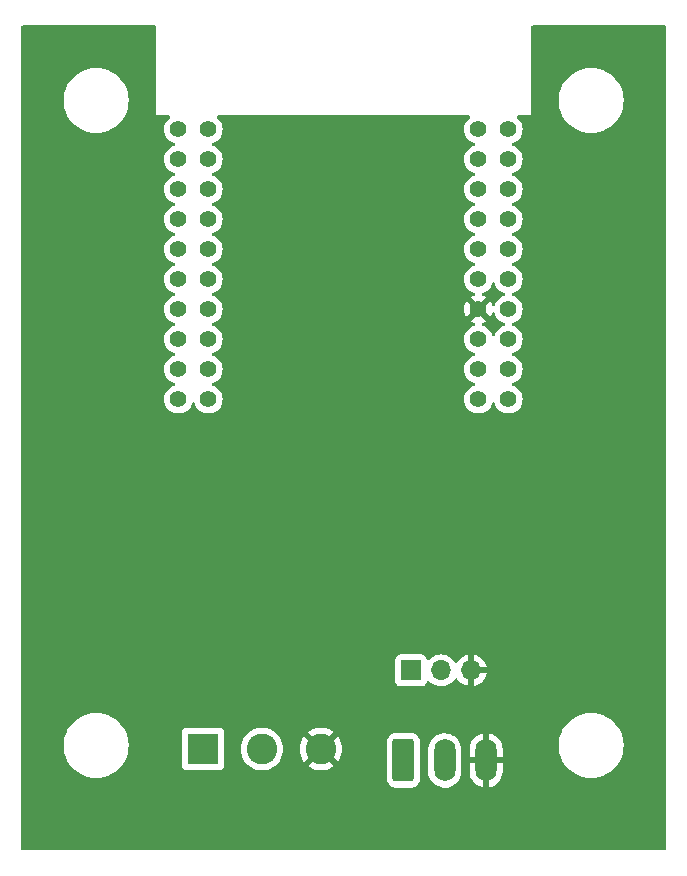
<source format=gbl>
%TF.GenerationSoftware,KiCad,Pcbnew,7.0.7*%
%TF.CreationDate,2023-11-10T11:02:00-07:00*%
%TF.ProjectId,RatGDO-OpenSource-D1Mini-ESP32,52617447-444f-42d4-9f70-656e536f7572,rev?*%
%TF.SameCoordinates,Original*%
%TF.FileFunction,Copper,L2,Bot*%
%TF.FilePolarity,Positive*%
%FSLAX46Y46*%
G04 Gerber Fmt 4.6, Leading zero omitted, Abs format (unit mm)*
G04 Created by KiCad (PCBNEW 7.0.7) date 2023-11-10 11:02:00*
%MOMM*%
%LPD*%
G01*
G04 APERTURE LIST*
G04 Aperture macros list*
%AMRoundRect*
0 Rectangle with rounded corners*
0 $1 Rounding radius*
0 $2 $3 $4 $5 $6 $7 $8 $9 X,Y pos of 4 corners*
0 Add a 4 corners polygon primitive as box body*
4,1,4,$2,$3,$4,$5,$6,$7,$8,$9,$2,$3,0*
0 Add four circle primitives for the rounded corners*
1,1,$1+$1,$2,$3*
1,1,$1+$1,$4,$5*
1,1,$1+$1,$6,$7*
1,1,$1+$1,$8,$9*
0 Add four rect primitives between the rounded corners*
20,1,$1+$1,$2,$3,$4,$5,0*
20,1,$1+$1,$4,$5,$6,$7,0*
20,1,$1+$1,$6,$7,$8,$9,0*
20,1,$1+$1,$8,$9,$2,$3,0*%
G04 Aperture macros list end*
%TA.AperFunction,ComponentPad*%
%ADD10C,1.400000*%
%TD*%
%TA.AperFunction,ComponentPad*%
%ADD11R,1.700000X1.700000*%
%TD*%
%TA.AperFunction,ComponentPad*%
%ADD12O,1.700000X1.700000*%
%TD*%
%TA.AperFunction,ComponentPad*%
%ADD13RoundRect,0.250000X-0.650000X-1.550000X0.650000X-1.550000X0.650000X1.550000X-0.650000X1.550000X0*%
%TD*%
%TA.AperFunction,ComponentPad*%
%ADD14O,1.800000X3.600000*%
%TD*%
%TA.AperFunction,ComponentPad*%
%ADD15R,2.600000X2.600000*%
%TD*%
%TA.AperFunction,ComponentPad*%
%ADD16C,2.600000*%
%TD*%
%TA.AperFunction,ViaPad*%
%ADD17C,0.800000*%
%TD*%
G04 APERTURE END LIST*
D10*
%TO.P,U1,40,CLK*%
%TO.N,unconnected-(U1-CLK-Pad40)*%
X155561577Y-88796272D03*
%TO.P,U1,39,SD0*%
%TO.N,unconnected-(U1-SD0-Pad39)*%
X153021577Y-88796272D03*
%TO.P,U1,38,SD1*%
%TO.N,unconnected-(U1-SD1-Pad38)*%
X155561577Y-86256272D03*
%TO.P,U1,37,TD0*%
%TO.N,unconnected-(U1-TD0-Pad37)*%
X153021577Y-86256272D03*
%TO.P,U1,36,IO_02*%
%TO.N,unconnected-(U1-IO_02-Pad36)*%
X155561577Y-83716272D03*
%TO.P,U1,35,VCC_(USB)*%
%TO.N,+5V*%
X153021577Y-83716272D03*
%TO.P,U1,34,IO_00*%
%TO.N,unconnected-(U1-IO_00-Pad34)*%
X155561577Y-81176272D03*
%TO.P,U1,33,GND*%
%TO.N,GND*%
X153021577Y-81176272D03*
%TO.P,U1,32,IO_04*%
%TO.N,unconnected-(U1-IO_04-Pad32)*%
X155561577Y-78636272D03*
%TO.P,U1,31,IO_16/D4*%
%TO.N,unconnected-(U1-IO_16{slash}D4-Pad31)*%
X153021577Y-78636272D03*
%TO.P,U1,30,IO_12/TDI*%
%TO.N,unconnected-(U1-IO_12{slash}TDI-Pad30)*%
X155561577Y-76096272D03*
%TO.P,U1,29,IO_17/D3*%
%TO.N,unconnected-(U1-IO_17{slash}D3-Pad29)*%
X153021577Y-76096272D03*
%TO.P,U1,28,IO_32*%
%TO.N,unconnected-(U1-IO_32-Pad28)*%
X155561577Y-73556272D03*
%TO.P,U1,27,IO_21/D2/SDA*%
%TO.N,Net-(Q1-D)*%
X153021577Y-73556272D03*
%TO.P,U1,26,IO_25*%
%TO.N,unconnected-(U1-IO_25-Pad26)*%
X155561577Y-71016272D03*
%TO.P,U1,25,IO_22/D1/SCL*%
%TO.N,Net-(Q2-G)*%
X153021577Y-71016272D03*
%TO.P,U1,24,IO_27*%
%TO.N,unconnected-(U1-IO_27-Pad24)*%
X155561577Y-68476272D03*
%TO.P,U1,23,RXD*%
%TO.N,unconnected-(U1-RXD-Pad23)*%
X153021577Y-68476272D03*
%TO.P,U1,22,GND*%
%TO.N,unconnected-(U1-GND-Pad22)*%
X155561577Y-65936272D03*
%TO.P,U1,21,TXD*%
%TO.N,unconnected-(U1-TXD-Pad21)*%
X153021577Y-65936272D03*
%TO.P,U1,20,IO_10/SD3*%
%TO.N,unconnected-(U1-IO_10{slash}SD3-Pad20)*%
X130161577Y-88796272D03*
%TO.P,U1,19,CMD*%
%TO.N,unconnected-(U1-CMD-Pad19)*%
X127621577Y-88796272D03*
%TO.P,U1,18,IO_13/TCK*%
%TO.N,unconnected-(U1-IO_13{slash}TCK-Pad18)*%
X130161577Y-86256272D03*
%TO.P,U1,17,IO_09/SD2*%
%TO.N,unconnected-(U1-IO_09{slash}SD2-Pad17)*%
X127621577Y-86256272D03*
%TO.P,U1,16,3V3*%
%TO.N,+3.3V*%
X130161577Y-83716272D03*
%TO.P,U1,15,NC*%
%TO.N,unconnected-(U1-NC-Pad15)*%
X127621577Y-83716272D03*
%TO.P,U1,14,IO_05/D8*%
%TO.N,unconnected-(U1-IO_05{slash}D8-Pad14)*%
X130161577Y-81176272D03*
%TO.P,U1,13,IO_14/TMS*%
%TO.N,unconnected-(U1-IO_14{slash}TMS-Pad13)*%
X127621577Y-81176272D03*
%TO.P,U1,12,IO_23/D7*%
%TO.N,Net-(U1-IO_23{slash}D7)*%
X130161577Y-78636272D03*
%TO.P,U1,11,IO_34*%
%TO.N,unconnected-(U1-IO_34-Pad11)*%
X127621577Y-78636272D03*
%TO.P,U1,10,IO_19/D6*%
%TO.N,unconnected-(U1-IO_19{slash}D6-Pad10)*%
X130161577Y-76096272D03*
%TO.P,U1,9,IO_33*%
%TO.N,unconnected-(U1-IO_33-Pad9)*%
X127621577Y-76096272D03*
%TO.P,U1,8,IO_18/D5*%
%TO.N,unconnected-(U1-IO_18{slash}D5-Pad8)*%
X130161577Y-73556272D03*
%TO.P,U1,7,IO_35*%
%TO.N,unconnected-(U1-IO_35-Pad7)*%
X127621577Y-73556272D03*
%TO.P,U1,6,IO_26/D0*%
%TO.N,unconnected-(U1-IO_26{slash}D0-Pad6)*%
X130161577Y-71016272D03*
%TO.P,U1,5,IO_39/SVN*%
%TO.N,unconnected-(U1-IO_39{slash}SVN-Pad5)*%
X127621577Y-71016272D03*
%TO.P,U1,4,IO_36/SVP/A0*%
%TO.N,unconnected-(U1-IO_36{slash}SVP{slash}A0-Pad4)*%
X130161577Y-68476272D03*
%TO.P,U1,3,NC*%
%TO.N,unconnected-(U1-NC-Pad3)*%
X127621577Y-68476272D03*
%TO.P,U1,1,GND*%
%TO.N,unconnected-(U1-GND-Pad1)*%
X127621577Y-65936272D03*
%TO.P,U1,2,RST*%
%TO.N,unconnected-(U1-RST-Pad2)*%
X130161577Y-65936272D03*
%TD*%
D11*
%TO.P,J3,1,Pin_1*%
%TO.N,Net-(J1-BLK{slash}OBST)*%
X147320000Y-111760000D03*
D12*
%TO.P,J3,2,Pin_2*%
%TO.N,Net-(J1-RED{slash}CTRL)*%
X149860000Y-111760000D03*
%TO.P,J3,3,Pin_3*%
%TO.N,GND*%
X152400000Y-111760000D03*
%TD*%
D13*
%TO.P,J2,1,Pin_1*%
%TO.N,Net-(J1-BLK{slash}OBST)*%
X146670000Y-119380000D03*
D14*
%TO.P,J2,2,Pin_2*%
%TO.N,Net-(J1-RED{slash}CTRL)*%
X150170000Y-119380000D03*
%TO.P,J2,3,Pin_3*%
%TO.N,GND*%
X153670000Y-119380000D03*
%TD*%
D15*
%TO.P,J1,1,BLK/OBST*%
%TO.N,Net-(J1-BLK{slash}OBST)*%
X129700000Y-118415000D03*
D16*
%TO.P,J1,2,RED/CTRL*%
%TO.N,Net-(J1-RED{slash}CTRL)*%
X134700000Y-118415000D03*
%TO.P,J1,3,WHT/GND*%
%TO.N,GND*%
X139700000Y-118415000D03*
%TD*%
D17*
%TO.N,GND*%
X160020000Y-77470000D03*
X161290000Y-72390000D03*
X121920000Y-80010000D03*
%TD*%
%TA.AperFunction,Conductor*%
%TO.N,GND*%
G36*
X125673039Y-57170185D02*
G01*
X125718794Y-57222989D01*
X125730000Y-57274499D01*
X125730000Y-64770000D01*
X126798874Y-64770000D01*
X126865913Y-64789685D01*
X126911668Y-64842489D01*
X126921612Y-64911647D01*
X126892587Y-64975203D01*
X126882412Y-64985637D01*
X126730597Y-65124033D01*
X126596520Y-65301580D01*
X126596515Y-65301588D01*
X126497352Y-65500733D01*
X126497346Y-65500748D01*
X126436462Y-65714734D01*
X126436461Y-65714736D01*
X126415934Y-65936271D01*
X126415934Y-65936272D01*
X126436461Y-66157807D01*
X126436462Y-66157809D01*
X126497346Y-66371795D01*
X126497352Y-66371810D01*
X126596515Y-66570955D01*
X126596520Y-66570963D01*
X126730597Y-66748510D01*
X126895014Y-66898395D01*
X126895016Y-66898397D01*
X127084172Y-67015517D01*
X127084173Y-67015517D01*
X127084176Y-67015519D01*
X127278101Y-67090646D01*
X127333501Y-67133218D01*
X127357092Y-67198985D01*
X127341381Y-67267065D01*
X127291357Y-67315844D01*
X127278110Y-67321894D01*
X127130065Y-67379247D01*
X127084178Y-67397024D01*
X127084172Y-67397026D01*
X126895016Y-67514146D01*
X126895014Y-67514148D01*
X126730597Y-67664033D01*
X126596520Y-67841580D01*
X126596515Y-67841588D01*
X126497352Y-68040733D01*
X126497346Y-68040748D01*
X126436462Y-68254734D01*
X126436461Y-68254736D01*
X126415934Y-68476271D01*
X126415934Y-68476272D01*
X126436461Y-68697807D01*
X126436462Y-68697809D01*
X126497346Y-68911795D01*
X126497352Y-68911810D01*
X126596515Y-69110955D01*
X126596520Y-69110963D01*
X126730597Y-69288510D01*
X126895014Y-69438395D01*
X126895016Y-69438397D01*
X127084172Y-69555517D01*
X127084173Y-69555517D01*
X127084176Y-69555519D01*
X127278101Y-69630646D01*
X127333501Y-69673218D01*
X127357092Y-69738985D01*
X127341381Y-69807065D01*
X127291357Y-69855844D01*
X127278110Y-69861894D01*
X127130065Y-69919247D01*
X127084178Y-69937024D01*
X127084172Y-69937026D01*
X126895016Y-70054146D01*
X126895014Y-70054148D01*
X126730597Y-70204033D01*
X126596520Y-70381580D01*
X126596515Y-70381588D01*
X126497352Y-70580733D01*
X126497346Y-70580748D01*
X126436462Y-70794734D01*
X126436461Y-70794736D01*
X126415934Y-71016271D01*
X126415934Y-71016272D01*
X126436461Y-71237807D01*
X126436462Y-71237809D01*
X126497346Y-71451795D01*
X126497352Y-71451810D01*
X126596515Y-71650955D01*
X126596520Y-71650963D01*
X126730597Y-71828510D01*
X126895014Y-71978395D01*
X126895016Y-71978397D01*
X127084172Y-72095517D01*
X127084173Y-72095517D01*
X127084176Y-72095519D01*
X127278101Y-72170646D01*
X127333501Y-72213218D01*
X127357092Y-72278985D01*
X127341381Y-72347065D01*
X127291357Y-72395844D01*
X127278110Y-72401894D01*
X127130065Y-72459247D01*
X127084178Y-72477024D01*
X127084172Y-72477026D01*
X126895016Y-72594146D01*
X126895014Y-72594148D01*
X126730597Y-72744033D01*
X126596520Y-72921580D01*
X126596515Y-72921588D01*
X126497352Y-73120733D01*
X126497346Y-73120748D01*
X126436462Y-73334734D01*
X126436461Y-73334736D01*
X126415934Y-73556271D01*
X126415934Y-73556272D01*
X126436461Y-73777807D01*
X126436462Y-73777809D01*
X126497346Y-73991795D01*
X126497352Y-73991810D01*
X126596515Y-74190955D01*
X126596520Y-74190963D01*
X126730597Y-74368510D01*
X126895014Y-74518395D01*
X126895016Y-74518397D01*
X127084172Y-74635517D01*
X127084173Y-74635517D01*
X127084176Y-74635519D01*
X127278101Y-74710646D01*
X127333501Y-74753218D01*
X127357092Y-74818985D01*
X127341381Y-74887065D01*
X127291357Y-74935844D01*
X127278110Y-74941894D01*
X127130065Y-74999247D01*
X127084178Y-75017024D01*
X127084172Y-75017026D01*
X126895016Y-75134146D01*
X126895014Y-75134148D01*
X126730597Y-75284033D01*
X126596520Y-75461580D01*
X126596515Y-75461588D01*
X126497352Y-75660733D01*
X126497346Y-75660748D01*
X126436462Y-75874734D01*
X126436461Y-75874736D01*
X126415934Y-76096271D01*
X126415934Y-76096272D01*
X126436461Y-76317807D01*
X126436462Y-76317809D01*
X126497346Y-76531795D01*
X126497352Y-76531810D01*
X126596515Y-76730955D01*
X126596520Y-76730963D01*
X126730597Y-76908510D01*
X126895014Y-77058395D01*
X126895016Y-77058397D01*
X127084172Y-77175517D01*
X127084173Y-77175517D01*
X127084176Y-77175519D01*
X127278101Y-77250646D01*
X127333501Y-77293218D01*
X127357092Y-77358985D01*
X127341381Y-77427065D01*
X127291357Y-77475844D01*
X127278110Y-77481894D01*
X127130065Y-77539247D01*
X127084178Y-77557024D01*
X127084172Y-77557026D01*
X126895016Y-77674146D01*
X126895014Y-77674148D01*
X126730597Y-77824033D01*
X126596520Y-78001580D01*
X126596515Y-78001588D01*
X126497352Y-78200733D01*
X126497346Y-78200748D01*
X126436462Y-78414734D01*
X126436461Y-78414736D01*
X126415934Y-78636271D01*
X126415934Y-78636272D01*
X126436461Y-78857807D01*
X126436462Y-78857809D01*
X126497346Y-79071795D01*
X126497352Y-79071810D01*
X126596515Y-79270955D01*
X126596520Y-79270963D01*
X126730597Y-79448510D01*
X126895014Y-79598395D01*
X126895016Y-79598397D01*
X127084172Y-79715517D01*
X127084173Y-79715517D01*
X127084176Y-79715519D01*
X127278101Y-79790646D01*
X127333501Y-79833218D01*
X127357092Y-79898985D01*
X127341381Y-79967065D01*
X127291357Y-80015844D01*
X127278110Y-80021894D01*
X127130065Y-80079247D01*
X127084178Y-80097024D01*
X127084172Y-80097026D01*
X126895016Y-80214146D01*
X126895014Y-80214148D01*
X126730597Y-80364033D01*
X126596520Y-80541580D01*
X126596515Y-80541588D01*
X126497352Y-80740733D01*
X126497346Y-80740748D01*
X126436462Y-80954734D01*
X126436461Y-80954736D01*
X126415934Y-81176271D01*
X126415934Y-81176272D01*
X126436461Y-81397807D01*
X126436462Y-81397809D01*
X126497346Y-81611795D01*
X126497352Y-81611810D01*
X126596515Y-81810955D01*
X126596520Y-81810963D01*
X126730597Y-81988510D01*
X126895014Y-82138395D01*
X126895016Y-82138397D01*
X127084172Y-82255517D01*
X127084173Y-82255517D01*
X127084176Y-82255519D01*
X127278101Y-82330646D01*
X127333501Y-82373218D01*
X127357092Y-82438985D01*
X127341381Y-82507065D01*
X127291357Y-82555844D01*
X127278110Y-82561894D01*
X127130065Y-82619247D01*
X127084178Y-82637024D01*
X127084172Y-82637026D01*
X126895016Y-82754146D01*
X126895014Y-82754148D01*
X126730597Y-82904033D01*
X126596520Y-83081580D01*
X126596515Y-83081588D01*
X126497352Y-83280733D01*
X126497346Y-83280748D01*
X126436462Y-83494734D01*
X126436461Y-83494736D01*
X126415934Y-83716271D01*
X126415934Y-83716272D01*
X126436461Y-83937807D01*
X126436462Y-83937809D01*
X126497346Y-84151795D01*
X126497352Y-84151810D01*
X126596515Y-84350955D01*
X126596520Y-84350963D01*
X126730597Y-84528510D01*
X126895014Y-84678395D01*
X126895016Y-84678397D01*
X127084172Y-84795517D01*
X127084173Y-84795517D01*
X127084176Y-84795519D01*
X127278101Y-84870646D01*
X127333501Y-84913218D01*
X127357092Y-84978985D01*
X127341381Y-85047065D01*
X127291357Y-85095844D01*
X127278110Y-85101894D01*
X127130065Y-85159247D01*
X127084178Y-85177024D01*
X127084172Y-85177026D01*
X126895016Y-85294146D01*
X126895014Y-85294148D01*
X126730597Y-85444033D01*
X126596520Y-85621580D01*
X126596515Y-85621588D01*
X126497352Y-85820733D01*
X126497346Y-85820748D01*
X126436462Y-86034734D01*
X126436461Y-86034736D01*
X126415934Y-86256271D01*
X126415934Y-86256272D01*
X126436461Y-86477807D01*
X126436462Y-86477809D01*
X126497346Y-86691795D01*
X126497352Y-86691810D01*
X126596515Y-86890955D01*
X126596520Y-86890963D01*
X126730597Y-87068510D01*
X126895014Y-87218395D01*
X126895016Y-87218397D01*
X127084172Y-87335517D01*
X127084173Y-87335517D01*
X127084176Y-87335519D01*
X127278101Y-87410646D01*
X127333501Y-87453218D01*
X127357092Y-87518985D01*
X127341381Y-87587065D01*
X127291357Y-87635844D01*
X127278110Y-87641894D01*
X127130065Y-87699247D01*
X127084178Y-87717024D01*
X127084172Y-87717026D01*
X126895016Y-87834146D01*
X126895014Y-87834148D01*
X126730597Y-87984033D01*
X126596520Y-88161580D01*
X126596515Y-88161588D01*
X126497352Y-88360733D01*
X126497346Y-88360748D01*
X126436462Y-88574734D01*
X126436461Y-88574736D01*
X126415934Y-88796271D01*
X126415934Y-88796272D01*
X126436461Y-89017807D01*
X126436462Y-89017809D01*
X126497346Y-89231795D01*
X126497352Y-89231810D01*
X126596515Y-89430955D01*
X126596520Y-89430963D01*
X126730597Y-89608510D01*
X126895014Y-89758395D01*
X126895016Y-89758397D01*
X127084172Y-89875517D01*
X127084173Y-89875517D01*
X127084176Y-89875519D01*
X127291637Y-89955890D01*
X127510334Y-89996772D01*
X127510336Y-89996772D01*
X127732818Y-89996772D01*
X127732820Y-89996772D01*
X127951517Y-89955890D01*
X128158978Y-89875519D01*
X128348139Y-89758396D01*
X128512558Y-89608508D01*
X128646635Y-89430961D01*
X128745806Y-89231800D01*
X128772312Y-89138639D01*
X128809588Y-89079551D01*
X128872897Y-89049993D01*
X128942137Y-89059354D01*
X128995324Y-89104664D01*
X129010842Y-89138643D01*
X129037347Y-89231797D01*
X129037352Y-89231810D01*
X129136515Y-89430955D01*
X129136520Y-89430963D01*
X129270597Y-89608510D01*
X129435014Y-89758395D01*
X129435016Y-89758397D01*
X129624172Y-89875517D01*
X129624173Y-89875517D01*
X129624176Y-89875519D01*
X129831637Y-89955890D01*
X130050334Y-89996772D01*
X130050336Y-89996772D01*
X130272818Y-89996772D01*
X130272820Y-89996772D01*
X130491517Y-89955890D01*
X130698978Y-89875519D01*
X130888139Y-89758396D01*
X131052558Y-89608508D01*
X131186635Y-89430961D01*
X131285806Y-89231800D01*
X131346692Y-89017808D01*
X131367220Y-88796272D01*
X131346692Y-88574736D01*
X131285806Y-88360744D01*
X131285801Y-88360733D01*
X131186638Y-88161588D01*
X131186633Y-88161580D01*
X131052556Y-87984033D01*
X130888139Y-87834148D01*
X130888137Y-87834146D01*
X130698981Y-87717026D01*
X130698972Y-87717022D01*
X130605533Y-87680824D01*
X130505052Y-87641897D01*
X130449652Y-87599326D01*
X130426061Y-87533560D01*
X130441772Y-87465479D01*
X130491796Y-87416700D01*
X130505043Y-87410649D01*
X130698978Y-87335519D01*
X130888139Y-87218396D01*
X131052558Y-87068508D01*
X131186635Y-86890961D01*
X131285806Y-86691800D01*
X131346692Y-86477808D01*
X131367220Y-86256272D01*
X131346692Y-86034736D01*
X131285806Y-85820744D01*
X131285801Y-85820733D01*
X131186638Y-85621588D01*
X131186633Y-85621580D01*
X131052556Y-85444033D01*
X130888139Y-85294148D01*
X130888137Y-85294146D01*
X130698981Y-85177026D01*
X130698972Y-85177022D01*
X130605533Y-85140824D01*
X130505052Y-85101897D01*
X130449652Y-85059326D01*
X130426061Y-84993560D01*
X130441772Y-84925479D01*
X130491796Y-84876700D01*
X130505043Y-84870649D01*
X130698978Y-84795519D01*
X130888139Y-84678396D01*
X131052558Y-84528508D01*
X131186635Y-84350961D01*
X131285806Y-84151800D01*
X131346692Y-83937808D01*
X131367220Y-83716272D01*
X131346692Y-83494736D01*
X131285806Y-83280744D01*
X131285801Y-83280733D01*
X131186638Y-83081588D01*
X131186633Y-83081580D01*
X131052556Y-82904033D01*
X130888139Y-82754148D01*
X130888137Y-82754146D01*
X130698981Y-82637026D01*
X130698972Y-82637022D01*
X130605533Y-82600824D01*
X130505052Y-82561897D01*
X130449652Y-82519326D01*
X130426061Y-82453560D01*
X130441772Y-82385479D01*
X130491796Y-82336700D01*
X130505043Y-82330649D01*
X130698978Y-82255519D01*
X130888139Y-82138396D01*
X131052558Y-81988508D01*
X131186635Y-81810961D01*
X131285806Y-81611800D01*
X131346692Y-81397808D01*
X131367220Y-81176272D01*
X131350182Y-80992405D01*
X131346692Y-80954736D01*
X131346691Y-80954734D01*
X131341994Y-80938227D01*
X131285806Y-80740744D01*
X131285801Y-80740733D01*
X131186638Y-80541588D01*
X131186633Y-80541580D01*
X131052556Y-80364033D01*
X130888139Y-80214148D01*
X130888137Y-80214146D01*
X130698981Y-80097026D01*
X130698972Y-80097022D01*
X130605533Y-80060824D01*
X130505052Y-80021897D01*
X130449652Y-79979326D01*
X130426061Y-79913560D01*
X130441772Y-79845479D01*
X130491796Y-79796700D01*
X130505043Y-79790649D01*
X130698978Y-79715519D01*
X130888139Y-79598396D01*
X131052558Y-79448508D01*
X131186635Y-79270961D01*
X131285806Y-79071800D01*
X131346692Y-78857808D01*
X131367220Y-78636272D01*
X131346692Y-78414736D01*
X131285806Y-78200744D01*
X131285801Y-78200733D01*
X131186638Y-78001588D01*
X131186633Y-78001580D01*
X131052556Y-77824033D01*
X130888139Y-77674148D01*
X130888137Y-77674146D01*
X130698981Y-77557026D01*
X130698972Y-77557022D01*
X130605533Y-77520824D01*
X130505052Y-77481897D01*
X130449652Y-77439326D01*
X130426061Y-77373560D01*
X130441772Y-77305479D01*
X130491796Y-77256700D01*
X130505043Y-77250649D01*
X130698978Y-77175519D01*
X130888139Y-77058396D01*
X131052558Y-76908508D01*
X131186635Y-76730961D01*
X131285806Y-76531800D01*
X131346692Y-76317808D01*
X131367220Y-76096272D01*
X131346692Y-75874736D01*
X131285806Y-75660744D01*
X131285801Y-75660733D01*
X131186638Y-75461588D01*
X131186633Y-75461580D01*
X131052556Y-75284033D01*
X130888139Y-75134148D01*
X130888137Y-75134146D01*
X130698981Y-75017026D01*
X130698972Y-75017022D01*
X130605533Y-74980824D01*
X130505052Y-74941897D01*
X130449652Y-74899326D01*
X130426061Y-74833560D01*
X130441772Y-74765479D01*
X130491796Y-74716700D01*
X130505043Y-74710649D01*
X130698978Y-74635519D01*
X130888139Y-74518396D01*
X131052558Y-74368508D01*
X131186635Y-74190961D01*
X131285806Y-73991800D01*
X131346692Y-73777808D01*
X131367220Y-73556272D01*
X131346692Y-73334736D01*
X131285806Y-73120744D01*
X131285801Y-73120733D01*
X131186638Y-72921588D01*
X131186633Y-72921580D01*
X131052556Y-72744033D01*
X130888139Y-72594148D01*
X130888137Y-72594146D01*
X130698981Y-72477026D01*
X130698972Y-72477022D01*
X130605533Y-72440824D01*
X130505052Y-72401897D01*
X130449652Y-72359326D01*
X130426061Y-72293560D01*
X130441772Y-72225479D01*
X130491796Y-72176700D01*
X130505043Y-72170649D01*
X130698978Y-72095519D01*
X130888139Y-71978396D01*
X131052558Y-71828508D01*
X131186635Y-71650961D01*
X131285806Y-71451800D01*
X131346692Y-71237808D01*
X131367220Y-71016272D01*
X131346692Y-70794736D01*
X131285806Y-70580744D01*
X131285801Y-70580733D01*
X131186638Y-70381588D01*
X131186633Y-70381580D01*
X131052556Y-70204033D01*
X130888139Y-70054148D01*
X130888137Y-70054146D01*
X130698981Y-69937026D01*
X130698972Y-69937022D01*
X130605533Y-69900824D01*
X130505052Y-69861897D01*
X130449652Y-69819326D01*
X130426061Y-69753560D01*
X130441772Y-69685479D01*
X130491796Y-69636700D01*
X130505043Y-69630649D01*
X130698978Y-69555519D01*
X130888139Y-69438396D01*
X131052558Y-69288508D01*
X131186635Y-69110961D01*
X131285806Y-68911800D01*
X131346692Y-68697808D01*
X131367220Y-68476272D01*
X131346692Y-68254736D01*
X131285806Y-68040744D01*
X131285801Y-68040733D01*
X131186638Y-67841588D01*
X131186633Y-67841580D01*
X131052556Y-67664033D01*
X130888139Y-67514148D01*
X130888137Y-67514146D01*
X130698981Y-67397026D01*
X130698972Y-67397022D01*
X130605533Y-67360824D01*
X130505052Y-67321897D01*
X130449652Y-67279326D01*
X130426061Y-67213560D01*
X130441772Y-67145479D01*
X130491796Y-67096700D01*
X130505043Y-67090649D01*
X130698978Y-67015519D01*
X130888139Y-66898396D01*
X131052558Y-66748508D01*
X131186635Y-66570961D01*
X131285806Y-66371800D01*
X131346692Y-66157808D01*
X131367220Y-65936272D01*
X131346692Y-65714736D01*
X131285806Y-65500744D01*
X131285801Y-65500733D01*
X131186638Y-65301588D01*
X131186633Y-65301580D01*
X131052556Y-65124033D01*
X130900742Y-64985637D01*
X130864460Y-64925926D01*
X130866221Y-64856078D01*
X130905464Y-64798271D01*
X130969731Y-64770856D01*
X130984280Y-64770000D01*
X152198874Y-64770000D01*
X152265913Y-64789685D01*
X152311668Y-64842489D01*
X152321612Y-64911647D01*
X152292587Y-64975203D01*
X152282412Y-64985637D01*
X152130597Y-65124033D01*
X151996520Y-65301580D01*
X151996515Y-65301588D01*
X151897352Y-65500733D01*
X151897346Y-65500748D01*
X151836462Y-65714734D01*
X151836461Y-65714736D01*
X151815934Y-65936271D01*
X151815934Y-65936272D01*
X151836461Y-66157807D01*
X151836462Y-66157809D01*
X151897346Y-66371795D01*
X151897352Y-66371810D01*
X151996515Y-66570955D01*
X151996520Y-66570963D01*
X152130597Y-66748510D01*
X152295014Y-66898395D01*
X152295016Y-66898397D01*
X152484172Y-67015517D01*
X152484173Y-67015517D01*
X152484176Y-67015519D01*
X152678101Y-67090646D01*
X152733501Y-67133218D01*
X152757092Y-67198985D01*
X152741381Y-67267065D01*
X152691357Y-67315844D01*
X152678110Y-67321894D01*
X152530065Y-67379247D01*
X152484178Y-67397024D01*
X152484172Y-67397026D01*
X152295016Y-67514146D01*
X152295014Y-67514148D01*
X152130597Y-67664033D01*
X151996520Y-67841580D01*
X151996515Y-67841588D01*
X151897352Y-68040733D01*
X151897346Y-68040748D01*
X151836462Y-68254734D01*
X151836461Y-68254736D01*
X151815934Y-68476271D01*
X151815934Y-68476272D01*
X151836461Y-68697807D01*
X151836462Y-68697809D01*
X151897346Y-68911795D01*
X151897352Y-68911810D01*
X151996515Y-69110955D01*
X151996520Y-69110963D01*
X152130597Y-69288510D01*
X152295014Y-69438395D01*
X152295016Y-69438397D01*
X152484172Y-69555517D01*
X152484173Y-69555517D01*
X152484176Y-69555519D01*
X152678101Y-69630646D01*
X152733501Y-69673218D01*
X152757092Y-69738985D01*
X152741381Y-69807065D01*
X152691357Y-69855844D01*
X152678110Y-69861894D01*
X152530065Y-69919247D01*
X152484178Y-69937024D01*
X152484172Y-69937026D01*
X152295016Y-70054146D01*
X152295014Y-70054148D01*
X152130597Y-70204033D01*
X151996520Y-70381580D01*
X151996515Y-70381588D01*
X151897352Y-70580733D01*
X151897346Y-70580748D01*
X151836462Y-70794734D01*
X151836461Y-70794736D01*
X151815934Y-71016271D01*
X151815934Y-71016272D01*
X151836461Y-71237807D01*
X151836462Y-71237809D01*
X151897346Y-71451795D01*
X151897352Y-71451810D01*
X151996515Y-71650955D01*
X151996520Y-71650963D01*
X152130597Y-71828510D01*
X152295014Y-71978395D01*
X152295016Y-71978397D01*
X152484172Y-72095517D01*
X152484173Y-72095517D01*
X152484176Y-72095519D01*
X152678101Y-72170646D01*
X152733501Y-72213218D01*
X152757092Y-72278985D01*
X152741381Y-72347065D01*
X152691357Y-72395844D01*
X152678110Y-72401894D01*
X152530065Y-72459247D01*
X152484178Y-72477024D01*
X152484172Y-72477026D01*
X152295016Y-72594146D01*
X152295014Y-72594148D01*
X152130597Y-72744033D01*
X151996520Y-72921580D01*
X151996515Y-72921588D01*
X151897352Y-73120733D01*
X151897346Y-73120748D01*
X151836462Y-73334734D01*
X151836461Y-73334736D01*
X151815934Y-73556271D01*
X151815934Y-73556272D01*
X151836461Y-73777807D01*
X151836462Y-73777809D01*
X151897346Y-73991795D01*
X151897352Y-73991810D01*
X151996515Y-74190955D01*
X151996520Y-74190963D01*
X152130597Y-74368510D01*
X152295014Y-74518395D01*
X152295016Y-74518397D01*
X152484172Y-74635517D01*
X152484173Y-74635517D01*
X152484176Y-74635519D01*
X152678101Y-74710646D01*
X152733501Y-74753218D01*
X152757092Y-74818985D01*
X152741381Y-74887065D01*
X152691357Y-74935844D01*
X152678110Y-74941894D01*
X152530065Y-74999247D01*
X152484178Y-75017024D01*
X152484172Y-75017026D01*
X152295016Y-75134146D01*
X152295014Y-75134148D01*
X152130597Y-75284033D01*
X151996520Y-75461580D01*
X151996515Y-75461588D01*
X151897352Y-75660733D01*
X151897346Y-75660748D01*
X151836462Y-75874734D01*
X151836461Y-75874736D01*
X151815934Y-76096271D01*
X151815934Y-76096272D01*
X151836461Y-76317807D01*
X151836462Y-76317809D01*
X151897346Y-76531795D01*
X151897352Y-76531810D01*
X151996515Y-76730955D01*
X151996520Y-76730963D01*
X152130597Y-76908510D01*
X152295014Y-77058395D01*
X152295016Y-77058397D01*
X152484172Y-77175517D01*
X152484173Y-77175517D01*
X152484176Y-77175519D01*
X152678101Y-77250646D01*
X152733501Y-77293218D01*
X152757092Y-77358985D01*
X152741381Y-77427065D01*
X152691357Y-77475844D01*
X152678110Y-77481894D01*
X152530065Y-77539247D01*
X152484178Y-77557024D01*
X152484172Y-77557026D01*
X152295016Y-77674146D01*
X152295014Y-77674148D01*
X152130597Y-77824033D01*
X151996520Y-78001580D01*
X151996515Y-78001588D01*
X151897352Y-78200733D01*
X151897346Y-78200748D01*
X151836462Y-78414734D01*
X151836461Y-78414736D01*
X151815934Y-78636271D01*
X151815934Y-78636272D01*
X151836461Y-78857807D01*
X151836462Y-78857809D01*
X151897346Y-79071795D01*
X151897352Y-79071810D01*
X151996515Y-79270955D01*
X151996520Y-79270963D01*
X152130597Y-79448510D01*
X152295014Y-79598395D01*
X152295016Y-79598397D01*
X152484172Y-79715517D01*
X152484173Y-79715517D01*
X152484176Y-79715519D01*
X152678792Y-79790914D01*
X152734191Y-79833485D01*
X152757782Y-79899252D01*
X152742071Y-79967332D01*
X152692047Y-80016111D01*
X152678790Y-80022165D01*
X152484410Y-80097468D01*
X152484400Y-80097473D01*
X152368248Y-80169391D01*
X152837710Y-80638852D01*
X152871195Y-80700175D01*
X152866211Y-80769866D01*
X152824340Y-80825800D01*
X152806325Y-80837017D01*
X152783533Y-80848630D01*
X152783526Y-80848635D01*
X152693940Y-80938221D01*
X152693935Y-80938228D01*
X152682322Y-80961020D01*
X152634347Y-81011816D01*
X152566526Y-81028610D01*
X152500391Y-81006072D01*
X152484157Y-80992405D01*
X152012715Y-80520963D01*
X152012714Y-80520963D01*
X151996945Y-80541846D01*
X151897817Y-80740921D01*
X151836955Y-80954832D01*
X151816436Y-81176271D01*
X151816436Y-81176272D01*
X151836955Y-81397711D01*
X151897817Y-81611622D01*
X151996946Y-81810700D01*
X152012714Y-81831580D01*
X152012715Y-81831580D01*
X152484157Y-81360138D01*
X152545480Y-81326653D01*
X152615171Y-81331637D01*
X152671105Y-81373508D01*
X152682319Y-81391518D01*
X152693936Y-81414317D01*
X152693938Y-81414319D01*
X152693940Y-81414322D01*
X152783526Y-81503908D01*
X152783528Y-81503909D01*
X152783532Y-81503913D01*
X152806324Y-81515526D01*
X152857119Y-81563500D01*
X152873914Y-81631321D01*
X152851376Y-81697456D01*
X152837709Y-81713691D01*
X152368248Y-82183151D01*
X152368249Y-82183152D01*
X152484398Y-82255069D01*
X152484399Y-82255070D01*
X152678790Y-82330377D01*
X152734191Y-82372950D01*
X152757782Y-82438717D01*
X152742071Y-82506797D01*
X152692047Y-82555576D01*
X152678790Y-82561631D01*
X152484178Y-82637023D01*
X152484172Y-82637026D01*
X152295016Y-82754146D01*
X152295014Y-82754148D01*
X152130597Y-82904033D01*
X151996520Y-83081580D01*
X151996515Y-83081588D01*
X151897352Y-83280733D01*
X151897346Y-83280748D01*
X151836462Y-83494734D01*
X151836461Y-83494736D01*
X151815934Y-83716271D01*
X151815934Y-83716272D01*
X151836461Y-83937807D01*
X151836462Y-83937809D01*
X151897346Y-84151795D01*
X151897352Y-84151810D01*
X151996515Y-84350955D01*
X151996520Y-84350963D01*
X152130597Y-84528510D01*
X152295014Y-84678395D01*
X152295016Y-84678397D01*
X152484172Y-84795517D01*
X152484173Y-84795517D01*
X152484176Y-84795519D01*
X152678101Y-84870646D01*
X152733501Y-84913218D01*
X152757092Y-84978985D01*
X152741381Y-85047065D01*
X152691357Y-85095844D01*
X152678110Y-85101894D01*
X152530065Y-85159247D01*
X152484178Y-85177024D01*
X152484172Y-85177026D01*
X152295016Y-85294146D01*
X152295014Y-85294148D01*
X152130597Y-85444033D01*
X151996520Y-85621580D01*
X151996515Y-85621588D01*
X151897352Y-85820733D01*
X151897346Y-85820748D01*
X151836462Y-86034734D01*
X151836461Y-86034736D01*
X151815934Y-86256271D01*
X151815934Y-86256272D01*
X151836461Y-86477807D01*
X151836462Y-86477809D01*
X151897346Y-86691795D01*
X151897352Y-86691810D01*
X151996515Y-86890955D01*
X151996520Y-86890963D01*
X152130597Y-87068510D01*
X152295014Y-87218395D01*
X152295016Y-87218397D01*
X152484172Y-87335517D01*
X152484173Y-87335517D01*
X152484176Y-87335519D01*
X152678101Y-87410646D01*
X152733501Y-87453218D01*
X152757092Y-87518985D01*
X152741381Y-87587065D01*
X152691357Y-87635844D01*
X152678110Y-87641894D01*
X152530065Y-87699247D01*
X152484178Y-87717024D01*
X152484172Y-87717026D01*
X152295016Y-87834146D01*
X152295014Y-87834148D01*
X152130597Y-87984033D01*
X151996520Y-88161580D01*
X151996515Y-88161588D01*
X151897352Y-88360733D01*
X151897346Y-88360748D01*
X151836462Y-88574734D01*
X151836461Y-88574736D01*
X151815934Y-88796271D01*
X151815934Y-88796272D01*
X151836461Y-89017807D01*
X151836462Y-89017809D01*
X151897346Y-89231795D01*
X151897352Y-89231810D01*
X151996515Y-89430955D01*
X151996520Y-89430963D01*
X152130597Y-89608510D01*
X152295014Y-89758395D01*
X152295016Y-89758397D01*
X152484172Y-89875517D01*
X152484173Y-89875517D01*
X152484176Y-89875519D01*
X152691637Y-89955890D01*
X152910334Y-89996772D01*
X152910336Y-89996772D01*
X153132818Y-89996772D01*
X153132820Y-89996772D01*
X153351517Y-89955890D01*
X153558978Y-89875519D01*
X153748139Y-89758396D01*
X153912558Y-89608508D01*
X154046635Y-89430961D01*
X154145806Y-89231800D01*
X154172311Y-89138643D01*
X154209590Y-89079550D01*
X154272900Y-89049993D01*
X154342139Y-89059355D01*
X154395326Y-89104665D01*
X154410843Y-89138644D01*
X154437346Y-89231795D01*
X154437352Y-89231810D01*
X154536515Y-89430955D01*
X154536520Y-89430963D01*
X154670597Y-89608510D01*
X154835014Y-89758395D01*
X154835016Y-89758397D01*
X155024172Y-89875517D01*
X155024173Y-89875517D01*
X155024176Y-89875519D01*
X155231637Y-89955890D01*
X155450334Y-89996772D01*
X155450336Y-89996772D01*
X155672818Y-89996772D01*
X155672820Y-89996772D01*
X155891517Y-89955890D01*
X156098978Y-89875519D01*
X156288139Y-89758396D01*
X156452558Y-89608508D01*
X156586635Y-89430961D01*
X156685806Y-89231800D01*
X156746692Y-89017808D01*
X156767220Y-88796272D01*
X156746692Y-88574736D01*
X156685806Y-88360744D01*
X156685801Y-88360733D01*
X156586638Y-88161588D01*
X156586633Y-88161580D01*
X156452556Y-87984033D01*
X156288139Y-87834148D01*
X156288137Y-87834146D01*
X156098981Y-87717026D01*
X156098972Y-87717022D01*
X156005533Y-87680824D01*
X155905052Y-87641897D01*
X155849652Y-87599326D01*
X155826061Y-87533560D01*
X155841772Y-87465479D01*
X155891796Y-87416700D01*
X155905043Y-87410649D01*
X156098978Y-87335519D01*
X156288139Y-87218396D01*
X156452558Y-87068508D01*
X156586635Y-86890961D01*
X156685806Y-86691800D01*
X156746692Y-86477808D01*
X156767220Y-86256272D01*
X156746692Y-86034736D01*
X156685806Y-85820744D01*
X156685801Y-85820733D01*
X156586638Y-85621588D01*
X156586633Y-85621580D01*
X156452556Y-85444033D01*
X156288139Y-85294148D01*
X156288137Y-85294146D01*
X156098981Y-85177026D01*
X156098972Y-85177022D01*
X156005533Y-85140824D01*
X155905052Y-85101897D01*
X155849652Y-85059326D01*
X155826061Y-84993560D01*
X155841772Y-84925479D01*
X155891796Y-84876700D01*
X155905043Y-84870649D01*
X156098978Y-84795519D01*
X156288139Y-84678396D01*
X156452558Y-84528508D01*
X156586635Y-84350961D01*
X156685806Y-84151800D01*
X156746692Y-83937808D01*
X156767220Y-83716272D01*
X156746692Y-83494736D01*
X156685806Y-83280744D01*
X156685801Y-83280733D01*
X156586638Y-83081588D01*
X156586633Y-83081580D01*
X156452556Y-82904033D01*
X156288139Y-82754148D01*
X156288137Y-82754146D01*
X156098981Y-82637026D01*
X156098972Y-82637022D01*
X156005533Y-82600824D01*
X155905052Y-82561897D01*
X155849652Y-82519326D01*
X155826061Y-82453560D01*
X155841772Y-82385479D01*
X155891796Y-82336700D01*
X155905043Y-82330649D01*
X156098978Y-82255519D01*
X156288139Y-82138396D01*
X156452558Y-81988508D01*
X156586635Y-81810961D01*
X156685806Y-81611800D01*
X156746692Y-81397808D01*
X156767220Y-81176272D01*
X156750182Y-80992405D01*
X156746692Y-80954736D01*
X156746691Y-80954734D01*
X156741994Y-80938227D01*
X156685806Y-80740744D01*
X156685801Y-80740733D01*
X156586638Y-80541588D01*
X156586633Y-80541580D01*
X156452556Y-80364033D01*
X156288139Y-80214148D01*
X156288137Y-80214146D01*
X156098981Y-80097026D01*
X156098972Y-80097022D01*
X156005533Y-80060824D01*
X155905052Y-80021897D01*
X155849652Y-79979326D01*
X155826061Y-79913560D01*
X155841772Y-79845479D01*
X155891796Y-79796700D01*
X155905043Y-79790649D01*
X156098978Y-79715519D01*
X156288139Y-79598396D01*
X156452558Y-79448508D01*
X156586635Y-79270961D01*
X156685806Y-79071800D01*
X156746692Y-78857808D01*
X156767220Y-78636272D01*
X156746692Y-78414736D01*
X156685806Y-78200744D01*
X156685801Y-78200733D01*
X156586638Y-78001588D01*
X156586633Y-78001580D01*
X156452556Y-77824033D01*
X156288139Y-77674148D01*
X156288137Y-77674146D01*
X156098981Y-77557026D01*
X156098972Y-77557022D01*
X156005533Y-77520824D01*
X155905052Y-77481897D01*
X155849652Y-77439326D01*
X155826061Y-77373560D01*
X155841772Y-77305479D01*
X155891796Y-77256700D01*
X155905043Y-77250649D01*
X156098978Y-77175519D01*
X156288139Y-77058396D01*
X156452558Y-76908508D01*
X156586635Y-76730961D01*
X156685806Y-76531800D01*
X156746692Y-76317808D01*
X156767220Y-76096272D01*
X156746692Y-75874736D01*
X156685806Y-75660744D01*
X156685801Y-75660733D01*
X156586638Y-75461588D01*
X156586633Y-75461580D01*
X156452556Y-75284033D01*
X156288139Y-75134148D01*
X156288137Y-75134146D01*
X156098981Y-75017026D01*
X156098972Y-75017022D01*
X156005533Y-74980824D01*
X155905052Y-74941897D01*
X155849652Y-74899326D01*
X155826061Y-74833560D01*
X155841772Y-74765479D01*
X155891796Y-74716700D01*
X155905043Y-74710649D01*
X156098978Y-74635519D01*
X156288139Y-74518396D01*
X156452558Y-74368508D01*
X156586635Y-74190961D01*
X156685806Y-73991800D01*
X156746692Y-73777808D01*
X156767220Y-73556272D01*
X156746692Y-73334736D01*
X156685806Y-73120744D01*
X156685801Y-73120733D01*
X156586638Y-72921588D01*
X156586633Y-72921580D01*
X156452556Y-72744033D01*
X156288139Y-72594148D01*
X156288137Y-72594146D01*
X156098981Y-72477026D01*
X156098972Y-72477022D01*
X156005533Y-72440824D01*
X155905052Y-72401897D01*
X155849652Y-72359326D01*
X155826061Y-72293560D01*
X155841772Y-72225479D01*
X155891796Y-72176700D01*
X155905043Y-72170649D01*
X156098978Y-72095519D01*
X156288139Y-71978396D01*
X156452558Y-71828508D01*
X156586635Y-71650961D01*
X156685806Y-71451800D01*
X156746692Y-71237808D01*
X156767220Y-71016272D01*
X156746692Y-70794736D01*
X156685806Y-70580744D01*
X156685801Y-70580733D01*
X156586638Y-70381588D01*
X156586633Y-70381580D01*
X156452556Y-70204033D01*
X156288139Y-70054148D01*
X156288137Y-70054146D01*
X156098981Y-69937026D01*
X156098972Y-69937022D01*
X156005533Y-69900824D01*
X155905052Y-69861897D01*
X155849652Y-69819326D01*
X155826061Y-69753560D01*
X155841772Y-69685479D01*
X155891796Y-69636700D01*
X155905043Y-69630649D01*
X156098978Y-69555519D01*
X156288139Y-69438396D01*
X156452558Y-69288508D01*
X156586635Y-69110961D01*
X156685806Y-68911800D01*
X156746692Y-68697808D01*
X156767220Y-68476272D01*
X156746692Y-68254736D01*
X156685806Y-68040744D01*
X156685801Y-68040733D01*
X156586638Y-67841588D01*
X156586633Y-67841580D01*
X156452556Y-67664033D01*
X156288139Y-67514148D01*
X156288137Y-67514146D01*
X156098981Y-67397026D01*
X156098972Y-67397022D01*
X156005533Y-67360824D01*
X155905052Y-67321897D01*
X155849652Y-67279326D01*
X155826061Y-67213560D01*
X155841772Y-67145479D01*
X155891796Y-67096700D01*
X155905043Y-67090649D01*
X156098978Y-67015519D01*
X156288139Y-66898396D01*
X156452558Y-66748508D01*
X156586635Y-66570961D01*
X156685806Y-66371800D01*
X156746692Y-66157808D01*
X156767220Y-65936272D01*
X156746692Y-65714736D01*
X156685806Y-65500744D01*
X156685801Y-65500733D01*
X156586638Y-65301588D01*
X156586633Y-65301580D01*
X156452556Y-65124033D01*
X156300742Y-64985637D01*
X156264460Y-64925926D01*
X156266221Y-64856078D01*
X156305464Y-64798271D01*
X156369731Y-64770856D01*
X156384280Y-64770000D01*
X157480000Y-64770000D01*
X157480000Y-63500000D01*
X159804473Y-63500000D01*
X159824563Y-63832136D01*
X159824563Y-63832141D01*
X159824564Y-63832142D01*
X159884544Y-64159441D01*
X159884545Y-64159445D01*
X159884546Y-64159449D01*
X159983530Y-64477104D01*
X159983534Y-64477116D01*
X159983537Y-64477123D01*
X160120102Y-64780557D01*
X160292246Y-65065318D01*
X160292251Y-65065326D01*
X160497460Y-65327255D01*
X160732744Y-65562539D01*
X160994673Y-65767748D01*
X160994678Y-65767751D01*
X160994682Y-65767754D01*
X161279443Y-65939898D01*
X161582877Y-66076463D01*
X161582890Y-66076467D01*
X161582895Y-66076469D01*
X161794665Y-66142458D01*
X161900559Y-66175456D01*
X162227858Y-66235436D01*
X162380431Y-66244665D01*
X162476892Y-66250500D01*
X162476894Y-66250500D01*
X162643108Y-66250500D01*
X162705364Y-66246734D01*
X162892142Y-66235436D01*
X163219441Y-66175456D01*
X163537123Y-66076463D01*
X163840557Y-65939898D01*
X164125318Y-65767754D01*
X164387252Y-65562542D01*
X164622542Y-65327252D01*
X164827754Y-65065318D01*
X164999898Y-64780557D01*
X165136463Y-64477123D01*
X165235456Y-64159441D01*
X165295436Y-63832142D01*
X165315527Y-63500000D01*
X165295436Y-63167858D01*
X165235456Y-62840559D01*
X165136463Y-62522877D01*
X164999898Y-62219443D01*
X164827754Y-61934682D01*
X164827751Y-61934678D01*
X164827748Y-61934673D01*
X164622539Y-61672744D01*
X164387255Y-61437460D01*
X164125326Y-61232251D01*
X164125318Y-61232246D01*
X163840557Y-61060102D01*
X163537123Y-60923537D01*
X163537116Y-60923534D01*
X163537104Y-60923530D01*
X163219449Y-60824546D01*
X163219445Y-60824545D01*
X163219441Y-60824544D01*
X162892142Y-60764564D01*
X162892141Y-60764563D01*
X162892136Y-60764563D01*
X162643108Y-60749500D01*
X162643106Y-60749500D01*
X162476894Y-60749500D01*
X162476892Y-60749500D01*
X162227863Y-60764563D01*
X162227857Y-60764564D01*
X162227858Y-60764564D01*
X161900559Y-60824544D01*
X161900556Y-60824544D01*
X161900550Y-60824546D01*
X161582895Y-60923530D01*
X161582879Y-60923536D01*
X161582877Y-60923537D01*
X161389656Y-61010498D01*
X161279447Y-61060100D01*
X161279445Y-61060101D01*
X160994673Y-61232251D01*
X160732744Y-61437460D01*
X160497460Y-61672744D01*
X160292251Y-61934673D01*
X160120101Y-62219445D01*
X160120100Y-62219447D01*
X159983536Y-62522880D01*
X159983530Y-62522895D01*
X159884546Y-62840550D01*
X159824563Y-63167863D01*
X159804473Y-63500000D01*
X157480000Y-63500000D01*
X157480000Y-57274500D01*
X157499685Y-57207461D01*
X157552489Y-57161706D01*
X157604000Y-57150500D01*
X168785500Y-57150500D01*
X168852539Y-57170185D01*
X168898294Y-57222989D01*
X168909500Y-57274500D01*
X168909500Y-126876000D01*
X168889815Y-126943039D01*
X168837011Y-126988794D01*
X168785500Y-127000000D01*
X114424000Y-127000000D01*
X114356961Y-126980315D01*
X114311206Y-126927511D01*
X114300000Y-126876000D01*
X114300000Y-120980001D01*
X145269500Y-120980001D01*
X145269501Y-120980018D01*
X145280000Y-121082796D01*
X145280001Y-121082799D01*
X145335185Y-121249331D01*
X145335186Y-121249334D01*
X145427288Y-121398656D01*
X145551344Y-121522712D01*
X145700666Y-121614814D01*
X145867203Y-121669999D01*
X145969991Y-121680500D01*
X147370008Y-121680499D01*
X147472797Y-121669999D01*
X147639334Y-121614814D01*
X147788656Y-121522712D01*
X147912712Y-121398656D01*
X148004814Y-121249334D01*
X148059999Y-121082797D01*
X148070500Y-120980009D01*
X148070500Y-120339502D01*
X148769500Y-120339502D01*
X148784652Y-120517536D01*
X148844724Y-120748248D01*
X148942919Y-120965480D01*
X148942924Y-120965488D01*
X149076413Y-121162993D01*
X149076418Y-121162998D01*
X149076421Y-121163003D01*
X149241379Y-121335118D01*
X149433053Y-121476879D01*
X149645926Y-121584207D01*
X149873877Y-121654016D01*
X150110346Y-121684298D01*
X150348532Y-121674180D01*
X150581581Y-121623954D01*
X150802790Y-121535064D01*
X151005795Y-121410069D01*
X151184755Y-121252564D01*
X151334523Y-121067080D01*
X151450790Y-120858954D01*
X151530211Y-120634171D01*
X151550224Y-120517453D01*
X151570499Y-120399209D01*
X151570500Y-120399198D01*
X151570500Y-120339478D01*
X152270000Y-120339478D01*
X152285147Y-120517450D01*
X152285148Y-120517453D01*
X152345197Y-120748078D01*
X152443360Y-120965241D01*
X152443362Y-120965244D01*
X152576812Y-121162688D01*
X152576814Y-121162690D01*
X152741706Y-121334736D01*
X152933316Y-121476450D01*
X153146115Y-121583741D01*
X153373987Y-121653526D01*
X153373985Y-121653526D01*
X153420000Y-121659418D01*
X153420000Y-120093658D01*
X153439685Y-120026619D01*
X153492489Y-119980864D01*
X153560184Y-119970719D01*
X153630677Y-119980000D01*
X153630684Y-119980000D01*
X153709316Y-119980000D01*
X153709323Y-119980000D01*
X153779815Y-119970719D01*
X153848849Y-119981484D01*
X153901105Y-120027864D01*
X153920000Y-120093658D01*
X153920000Y-121658264D01*
X154081434Y-121623473D01*
X154302562Y-121534616D01*
X154505494Y-121409666D01*
X154684389Y-121252219D01*
X154684396Y-121252213D01*
X154834102Y-121066805D01*
X154834109Y-121066795D01*
X154950331Y-120858751D01*
X155029722Y-120634052D01*
X155029726Y-120634038D01*
X155069999Y-120399167D01*
X155070000Y-120399156D01*
X155070000Y-119630000D01*
X154383658Y-119630000D01*
X154316619Y-119610315D01*
X154270864Y-119557511D01*
X154260719Y-119489816D01*
X154275177Y-119380000D01*
X154260719Y-119270183D01*
X154271484Y-119201151D01*
X154317864Y-119148895D01*
X154383658Y-119130000D01*
X155070000Y-119130000D01*
X155070000Y-118420522D01*
X155054852Y-118242549D01*
X155054851Y-118242546D01*
X155020339Y-118110000D01*
X159804473Y-118110000D01*
X159824563Y-118442136D01*
X159824563Y-118442141D01*
X159824564Y-118442142D01*
X159884544Y-118769441D01*
X159884545Y-118769445D01*
X159884546Y-118769449D01*
X159983530Y-119087104D01*
X159983534Y-119087116D01*
X159983537Y-119087123D01*
X160120102Y-119390557D01*
X160272763Y-119643089D01*
X160292251Y-119675326D01*
X160497460Y-119937255D01*
X160732744Y-120172539D01*
X160994673Y-120377748D01*
X160994678Y-120377751D01*
X160994682Y-120377754D01*
X161279443Y-120549898D01*
X161582877Y-120686463D01*
X161582890Y-120686467D01*
X161582895Y-120686469D01*
X161780608Y-120748078D01*
X161900559Y-120785456D01*
X162227858Y-120845436D01*
X162405740Y-120856195D01*
X162476892Y-120860500D01*
X162476894Y-120860500D01*
X162643108Y-120860500D01*
X162705364Y-120856734D01*
X162892142Y-120845436D01*
X163219441Y-120785456D01*
X163537123Y-120686463D01*
X163840557Y-120549898D01*
X164125318Y-120377754D01*
X164174150Y-120339497D01*
X164332421Y-120215499D01*
X164387252Y-120172542D01*
X164622542Y-119937252D01*
X164822058Y-119682589D01*
X164827748Y-119675326D01*
X164827748Y-119675324D01*
X164827754Y-119675318D01*
X164999898Y-119390557D01*
X165136463Y-119087123D01*
X165235456Y-118769441D01*
X165295436Y-118442142D01*
X165315527Y-118110000D01*
X165295436Y-117777858D01*
X165235456Y-117450559D01*
X165153302Y-117186915D01*
X165136469Y-117132895D01*
X165136467Y-117132890D01*
X165136463Y-117132877D01*
X164999898Y-116829443D01*
X164827754Y-116544682D01*
X164827751Y-116544678D01*
X164827748Y-116544673D01*
X164622539Y-116282744D01*
X164387255Y-116047460D01*
X164125326Y-115842251D01*
X164125318Y-115842246D01*
X163840557Y-115670102D01*
X163537123Y-115533537D01*
X163537116Y-115533534D01*
X163537104Y-115533530D01*
X163219449Y-115434546D01*
X163219445Y-115434545D01*
X163219441Y-115434544D01*
X162892142Y-115374564D01*
X162892141Y-115374563D01*
X162892136Y-115374563D01*
X162643108Y-115359500D01*
X162643106Y-115359500D01*
X162476894Y-115359500D01*
X162476892Y-115359500D01*
X162227863Y-115374563D01*
X162227857Y-115374564D01*
X162227858Y-115374564D01*
X161900559Y-115434544D01*
X161900556Y-115434544D01*
X161900550Y-115434546D01*
X161582895Y-115533530D01*
X161582879Y-115533536D01*
X161582877Y-115533537D01*
X161389656Y-115620498D01*
X161279447Y-115670100D01*
X161279445Y-115670101D01*
X160994673Y-115842251D01*
X160732744Y-116047460D01*
X160497460Y-116282744D01*
X160292251Y-116544673D01*
X160120101Y-116829445D01*
X160120100Y-116829447D01*
X160070498Y-116939656D01*
X159997554Y-117101734D01*
X159983536Y-117132880D01*
X159983530Y-117132895D01*
X159884546Y-117450550D01*
X159884544Y-117450556D01*
X159884544Y-117450559D01*
X159839838Y-117694513D01*
X159824563Y-117777863D01*
X159804473Y-118110000D01*
X155020339Y-118110000D01*
X154994802Y-118011921D01*
X154896639Y-117794758D01*
X154896637Y-117794755D01*
X154763187Y-117597311D01*
X154763185Y-117597309D01*
X154598293Y-117425263D01*
X154406683Y-117283549D01*
X154193884Y-117176257D01*
X153966020Y-117106475D01*
X153919999Y-117100581D01*
X153920000Y-118666341D01*
X153900315Y-118733380D01*
X153847511Y-118779135D01*
X153779815Y-118789280D01*
X153709333Y-118780001D01*
X153709328Y-118780000D01*
X153709323Y-118780000D01*
X153630677Y-118780000D01*
X153630671Y-118780000D01*
X153630666Y-118780001D01*
X153560185Y-118789280D01*
X153491150Y-118778514D01*
X153438894Y-118732134D01*
X153420000Y-118666341D01*
X153420000Y-117101734D01*
X153419999Y-117101734D01*
X153258566Y-117136525D01*
X153037437Y-117225383D01*
X152834505Y-117350333D01*
X152655610Y-117507780D01*
X152655603Y-117507786D01*
X152505897Y-117693194D01*
X152505890Y-117693204D01*
X152389668Y-117901248D01*
X152310277Y-118125947D01*
X152310273Y-118125961D01*
X152270000Y-118360832D01*
X152270000Y-119130000D01*
X152956342Y-119130000D01*
X153023381Y-119149685D01*
X153069136Y-119202489D01*
X153079280Y-119270183D01*
X153064823Y-119380000D01*
X153079280Y-119489816D01*
X153068516Y-119558849D01*
X153022136Y-119611105D01*
X152956342Y-119630000D01*
X152270000Y-119630000D01*
X152270000Y-120339478D01*
X151570500Y-120339478D01*
X151570500Y-118420498D01*
X151555347Y-118242463D01*
X151495275Y-118011751D01*
X151397080Y-117794519D01*
X151397075Y-117794511D01*
X151263586Y-117597006D01*
X151263582Y-117597001D01*
X151263579Y-117596997D01*
X151098621Y-117424882D01*
X151062517Y-117398180D01*
X150997824Y-117350333D01*
X150906947Y-117283121D01*
X150694074Y-117175793D01*
X150553948Y-117132880D01*
X150466121Y-117105983D01*
X150229647Y-117075701D01*
X149991471Y-117085819D01*
X149991467Y-117085819D01*
X149758419Y-117136045D01*
X149537211Y-117224935D01*
X149334203Y-117349932D01*
X149155245Y-117507435D01*
X149082676Y-117597311D01*
X149005477Y-117692920D01*
X149002521Y-117698212D01*
X148889210Y-117901044D01*
X148809788Y-118125829D01*
X148769500Y-118360790D01*
X148769500Y-120339502D01*
X148070500Y-120339502D01*
X148070499Y-117779992D01*
X148061632Y-117693194D01*
X148059999Y-117677203D01*
X148059998Y-117677200D01*
X148044960Y-117631818D01*
X148004814Y-117510666D01*
X147912712Y-117361344D01*
X147788656Y-117237288D01*
X147639334Y-117145186D01*
X147472797Y-117090001D01*
X147472795Y-117090000D01*
X147370010Y-117079500D01*
X145969998Y-117079500D01*
X145969981Y-117079501D01*
X145867203Y-117090000D01*
X145867200Y-117090001D01*
X145700668Y-117145185D01*
X145700663Y-117145187D01*
X145551342Y-117237289D01*
X145427289Y-117361342D01*
X145335187Y-117510663D01*
X145335185Y-117510666D01*
X145335186Y-117510666D01*
X145280001Y-117677203D01*
X145280001Y-117677204D01*
X145280000Y-117677204D01*
X145269500Y-117779983D01*
X145269500Y-120980001D01*
X114300000Y-120980001D01*
X114300000Y-118110000D01*
X117894473Y-118110000D01*
X117914563Y-118442136D01*
X117914563Y-118442141D01*
X117914564Y-118442142D01*
X117974544Y-118769441D01*
X117974545Y-118769445D01*
X117974546Y-118769449D01*
X118073530Y-119087104D01*
X118073534Y-119087116D01*
X118073537Y-119087123D01*
X118210102Y-119390557D01*
X118362763Y-119643089D01*
X118382251Y-119675326D01*
X118587460Y-119937255D01*
X118822744Y-120172539D01*
X119084673Y-120377748D01*
X119084678Y-120377751D01*
X119084682Y-120377754D01*
X119369443Y-120549898D01*
X119672877Y-120686463D01*
X119672890Y-120686467D01*
X119672895Y-120686469D01*
X119870608Y-120748078D01*
X119990559Y-120785456D01*
X120317858Y-120845436D01*
X120495740Y-120856195D01*
X120566892Y-120860500D01*
X120566894Y-120860500D01*
X120733108Y-120860500D01*
X120795365Y-120856734D01*
X120982142Y-120845436D01*
X121309441Y-120785456D01*
X121627123Y-120686463D01*
X121930557Y-120549898D01*
X122215318Y-120377754D01*
X122264150Y-120339497D01*
X122422421Y-120215499D01*
X122477252Y-120172542D01*
X122712542Y-119937252D01*
X122849162Y-119762870D01*
X127899500Y-119762870D01*
X127899501Y-119762876D01*
X127905908Y-119822483D01*
X127956202Y-119957328D01*
X127956206Y-119957335D01*
X128042452Y-120072544D01*
X128042455Y-120072547D01*
X128157664Y-120158793D01*
X128157671Y-120158797D01*
X128292517Y-120209091D01*
X128292516Y-120209091D01*
X128299444Y-120209835D01*
X128352127Y-120215500D01*
X131047872Y-120215499D01*
X131107483Y-120209091D01*
X131242331Y-120158796D01*
X131357546Y-120072546D01*
X131443796Y-119957331D01*
X131494091Y-119822483D01*
X131500500Y-119762873D01*
X131500500Y-118415004D01*
X132894451Y-118415004D01*
X132914616Y-118684101D01*
X132974664Y-118947188D01*
X132974666Y-118947195D01*
X133025772Y-119077411D01*
X133073257Y-119198398D01*
X133208185Y-119432102D01*
X133308196Y-119557511D01*
X133376442Y-119643089D01*
X133554094Y-119807925D01*
X133574259Y-119826635D01*
X133797226Y-119978651D01*
X134040359Y-120095738D01*
X134298228Y-120175280D01*
X134298229Y-120175280D01*
X134298232Y-120175281D01*
X134565063Y-120215499D01*
X134565068Y-120215499D01*
X134565071Y-120215500D01*
X134565072Y-120215500D01*
X134834928Y-120215500D01*
X134834929Y-120215500D01*
X134834936Y-120215499D01*
X135101767Y-120175281D01*
X135101768Y-120175280D01*
X135101772Y-120175280D01*
X135359641Y-120095738D01*
X135602775Y-119978651D01*
X135825741Y-119826635D01*
X135980987Y-119682588D01*
X136023557Y-119643089D01*
X136023557Y-119643087D01*
X136023561Y-119643085D01*
X136191815Y-119432102D01*
X136326743Y-119198398D01*
X136425334Y-118947195D01*
X136485383Y-118684103D01*
X136503515Y-118442142D01*
X136505549Y-118415004D01*
X137894953Y-118415004D01*
X137915113Y-118684026D01*
X137915113Y-118684028D01*
X137975142Y-118947033D01*
X137975148Y-118947052D01*
X138073709Y-119198181D01*
X138073708Y-119198181D01*
X138208602Y-119431822D01*
X138262294Y-119499151D01*
X138982331Y-118779114D01*
X139043654Y-118745629D01*
X139113345Y-118750613D01*
X139169279Y-118792485D01*
X139174707Y-118800350D01*
X139195187Y-118832620D01*
X139195188Y-118832621D01*
X139314904Y-118945041D01*
X139318266Y-118947484D01*
X139320264Y-118950074D01*
X139320590Y-118950381D01*
X139320540Y-118950433D01*
X139360934Y-119002812D01*
X139366915Y-119072425D01*
X139334311Y-119134221D01*
X139333065Y-119135485D01*
X138614848Y-119853702D01*
X138797483Y-119978220D01*
X138797485Y-119978221D01*
X139040539Y-120095269D01*
X139040537Y-120095269D01*
X139298337Y-120174790D01*
X139298343Y-120174792D01*
X139565101Y-120214999D01*
X139565110Y-120215000D01*
X139834890Y-120215000D01*
X139834898Y-120214999D01*
X140101656Y-120174792D01*
X140101662Y-120174790D01*
X140359461Y-120095269D01*
X140602521Y-119978218D01*
X140785150Y-119853702D01*
X140063234Y-119131787D01*
X140029749Y-119070464D01*
X140034733Y-119000773D01*
X140076605Y-118944839D01*
X140077953Y-118943844D01*
X140148492Y-118892595D01*
X140234871Y-118788180D01*
X140292768Y-118749074D01*
X140362620Y-118747478D01*
X140418094Y-118779541D01*
X141137703Y-119499151D01*
X141137704Y-119499150D01*
X141191393Y-119431828D01*
X141191400Y-119431817D01*
X141326290Y-119198181D01*
X141424851Y-118947052D01*
X141424857Y-118947033D01*
X141484886Y-118684028D01*
X141484886Y-118684026D01*
X141505047Y-118415004D01*
X141505047Y-118414995D01*
X141484886Y-118145973D01*
X141484886Y-118145971D01*
X141424857Y-117882966D01*
X141424851Y-117882947D01*
X141326290Y-117631818D01*
X141326291Y-117631818D01*
X141191397Y-117398177D01*
X141137704Y-117330847D01*
X140417667Y-118050884D01*
X140356344Y-118084369D01*
X140286652Y-118079385D01*
X140230719Y-118037513D01*
X140225290Y-118029646D01*
X140213933Y-118011751D01*
X140204814Y-117997381D01*
X140140942Y-117937402D01*
X140085097Y-117884960D01*
X140081732Y-117882515D01*
X140079731Y-117879920D01*
X140079410Y-117879619D01*
X140079458Y-117879567D01*
X140039064Y-117827187D01*
X140033082Y-117757574D01*
X140065685Y-117695778D01*
X140066932Y-117694513D01*
X140785150Y-116976296D01*
X140602517Y-116851779D01*
X140602516Y-116851778D01*
X140359460Y-116734730D01*
X140359462Y-116734730D01*
X140101662Y-116655209D01*
X140101656Y-116655207D01*
X139834898Y-116615000D01*
X139565101Y-116615000D01*
X139298343Y-116655207D01*
X139298337Y-116655209D01*
X139040538Y-116734730D01*
X138797485Y-116851778D01*
X138797476Y-116851783D01*
X138614848Y-116976296D01*
X139336765Y-117698212D01*
X139370250Y-117759535D01*
X139365266Y-117829226D01*
X139323394Y-117885160D01*
X139321970Y-117886210D01*
X139251510Y-117937402D01*
X139251508Y-117937405D01*
X139165130Y-118041818D01*
X139107230Y-118080925D01*
X139037378Y-118082521D01*
X138981905Y-118050458D01*
X138262295Y-117330848D01*
X138208600Y-117398180D01*
X138073709Y-117631818D01*
X137975148Y-117882947D01*
X137975142Y-117882966D01*
X137915113Y-118145971D01*
X137915113Y-118145973D01*
X137894953Y-118414995D01*
X137894953Y-118415004D01*
X136505549Y-118415004D01*
X136505549Y-118414995D01*
X136485389Y-118145973D01*
X136485383Y-118145897D01*
X136425334Y-117882805D01*
X136326743Y-117631602D01*
X136191815Y-117397898D01*
X136023561Y-117186915D01*
X136023560Y-117186914D01*
X136023557Y-117186910D01*
X135825741Y-117003365D01*
X135786038Y-116976296D01*
X135602775Y-116851349D01*
X135602769Y-116851346D01*
X135602768Y-116851345D01*
X135602767Y-116851344D01*
X135359643Y-116734263D01*
X135359645Y-116734263D01*
X135101773Y-116654720D01*
X135101767Y-116654718D01*
X134834936Y-116614500D01*
X134834929Y-116614500D01*
X134565071Y-116614500D01*
X134565063Y-116614500D01*
X134298232Y-116654718D01*
X134298226Y-116654720D01*
X134040358Y-116734262D01*
X133797230Y-116851346D01*
X133574258Y-117003365D01*
X133376442Y-117186910D01*
X133208185Y-117397898D01*
X133073258Y-117631599D01*
X133073256Y-117631603D01*
X132974666Y-117882804D01*
X132974664Y-117882811D01*
X132914616Y-118145898D01*
X132894451Y-118414995D01*
X132894451Y-118415004D01*
X131500500Y-118415004D01*
X131500499Y-117067128D01*
X131494091Y-117007517D01*
X131492542Y-117003365D01*
X131443797Y-116872671D01*
X131443793Y-116872664D01*
X131357547Y-116757455D01*
X131357544Y-116757452D01*
X131242335Y-116671206D01*
X131242328Y-116671202D01*
X131107482Y-116620908D01*
X131107483Y-116620908D01*
X131047883Y-116614501D01*
X131047881Y-116614500D01*
X131047873Y-116614500D01*
X131047864Y-116614500D01*
X128352129Y-116614500D01*
X128352123Y-116614501D01*
X128292516Y-116620908D01*
X128157671Y-116671202D01*
X128157664Y-116671206D01*
X128042455Y-116757452D01*
X128042452Y-116757455D01*
X127956206Y-116872664D01*
X127956202Y-116872671D01*
X127905908Y-117007517D01*
X127899501Y-117067116D01*
X127899501Y-117067123D01*
X127899500Y-117067135D01*
X127899500Y-119762870D01*
X122849162Y-119762870D01*
X122912058Y-119682589D01*
X122917748Y-119675326D01*
X122917748Y-119675324D01*
X122917754Y-119675318D01*
X123089898Y-119390557D01*
X123226463Y-119087123D01*
X123325456Y-118769441D01*
X123385436Y-118442142D01*
X123405527Y-118110000D01*
X123385436Y-117777858D01*
X123325456Y-117450559D01*
X123243302Y-117186915D01*
X123226469Y-117132895D01*
X123226467Y-117132890D01*
X123226463Y-117132877D01*
X123089898Y-116829443D01*
X122917754Y-116544682D01*
X122917751Y-116544678D01*
X122917748Y-116544673D01*
X122712539Y-116282744D01*
X122477255Y-116047460D01*
X122215326Y-115842251D01*
X122215318Y-115842246D01*
X121930557Y-115670102D01*
X121627123Y-115533537D01*
X121627116Y-115533534D01*
X121627104Y-115533530D01*
X121309449Y-115434546D01*
X121309445Y-115434545D01*
X121309441Y-115434544D01*
X120982142Y-115374564D01*
X120982141Y-115374563D01*
X120982136Y-115374563D01*
X120733108Y-115359500D01*
X120733106Y-115359500D01*
X120566894Y-115359500D01*
X120566892Y-115359500D01*
X120317863Y-115374563D01*
X120317857Y-115374564D01*
X120317858Y-115374564D01*
X119990559Y-115434544D01*
X119990556Y-115434544D01*
X119990550Y-115434546D01*
X119672895Y-115533530D01*
X119672879Y-115533536D01*
X119672877Y-115533537D01*
X119479656Y-115620498D01*
X119369447Y-115670100D01*
X119369445Y-115670101D01*
X119084673Y-115842251D01*
X118822744Y-116047460D01*
X118587460Y-116282744D01*
X118382251Y-116544673D01*
X118210101Y-116829445D01*
X118210100Y-116829447D01*
X118160498Y-116939656D01*
X118087554Y-117101734D01*
X118073536Y-117132880D01*
X118073530Y-117132895D01*
X117974546Y-117450550D01*
X117974544Y-117450556D01*
X117974544Y-117450559D01*
X117929838Y-117694513D01*
X117914563Y-117777863D01*
X117894473Y-118110000D01*
X114300000Y-118110000D01*
X114300000Y-112657870D01*
X145969500Y-112657870D01*
X145969501Y-112657876D01*
X145975908Y-112717483D01*
X146026202Y-112852328D01*
X146026206Y-112852335D01*
X146112452Y-112967544D01*
X146112455Y-112967547D01*
X146227664Y-113053793D01*
X146227671Y-113053797D01*
X146362517Y-113104091D01*
X146362516Y-113104091D01*
X146369444Y-113104835D01*
X146422127Y-113110500D01*
X148217872Y-113110499D01*
X148277483Y-113104091D01*
X148412331Y-113053796D01*
X148527546Y-112967546D01*
X148613796Y-112852331D01*
X148662810Y-112720916D01*
X148704681Y-112664984D01*
X148770145Y-112640566D01*
X148838418Y-112655417D01*
X148866673Y-112676569D01*
X148988599Y-112798495D01*
X149085384Y-112866264D01*
X149182165Y-112934032D01*
X149182167Y-112934033D01*
X149182170Y-112934035D01*
X149396337Y-113033903D01*
X149624592Y-113095063D01*
X149801034Y-113110500D01*
X149859999Y-113115659D01*
X149860000Y-113115659D01*
X149860001Y-113115659D01*
X149918966Y-113110500D01*
X150095408Y-113095063D01*
X150323663Y-113033903D01*
X150537830Y-112934035D01*
X150731401Y-112798495D01*
X150898495Y-112631401D01*
X151028730Y-112445405D01*
X151083307Y-112401781D01*
X151152805Y-112394587D01*
X151215160Y-112426110D01*
X151231879Y-112445405D01*
X151361890Y-112631078D01*
X151528917Y-112798105D01*
X151722421Y-112933600D01*
X151936507Y-113033429D01*
X151936516Y-113033433D01*
X152150000Y-113090634D01*
X152150000Y-112372301D01*
X152169685Y-112305262D01*
X152222489Y-112259507D01*
X152291647Y-112249563D01*
X152364237Y-112260000D01*
X152364238Y-112260000D01*
X152435762Y-112260000D01*
X152435763Y-112260000D01*
X152508353Y-112249563D01*
X152577512Y-112259507D01*
X152630315Y-112305262D01*
X152650000Y-112372301D01*
X152650000Y-113090633D01*
X152863483Y-113033433D01*
X152863492Y-113033429D01*
X153077578Y-112933600D01*
X153271082Y-112798105D01*
X153438105Y-112631082D01*
X153573600Y-112437578D01*
X153673429Y-112223492D01*
X153673432Y-112223486D01*
X153730636Y-112010000D01*
X153013347Y-112010000D01*
X152946308Y-111990315D01*
X152900553Y-111937511D01*
X152890609Y-111868353D01*
X152894369Y-111851067D01*
X152900000Y-111831888D01*
X152900000Y-111688111D01*
X152894369Y-111668933D01*
X152894370Y-111599064D01*
X152932145Y-111540286D01*
X152995701Y-111511262D01*
X153013347Y-111510000D01*
X153730636Y-111510000D01*
X153730635Y-111509999D01*
X153673432Y-111296513D01*
X153673429Y-111296507D01*
X153573600Y-111082422D01*
X153573599Y-111082420D01*
X153438113Y-110888926D01*
X153438108Y-110888920D01*
X153271082Y-110721894D01*
X153077578Y-110586399D01*
X152863492Y-110486570D01*
X152863486Y-110486567D01*
X152650000Y-110429364D01*
X152650000Y-111147698D01*
X152630315Y-111214737D01*
X152577511Y-111260492D01*
X152508355Y-111270436D01*
X152435766Y-111260000D01*
X152435763Y-111260000D01*
X152364237Y-111260000D01*
X152364233Y-111260000D01*
X152291645Y-111270436D01*
X152222487Y-111260492D01*
X152169684Y-111214736D01*
X152150000Y-111147698D01*
X152150000Y-110429364D01*
X152149999Y-110429364D01*
X151936513Y-110486567D01*
X151936507Y-110486570D01*
X151722422Y-110586399D01*
X151722420Y-110586400D01*
X151528926Y-110721886D01*
X151528920Y-110721891D01*
X151361891Y-110888920D01*
X151361890Y-110888922D01*
X151231880Y-111074595D01*
X151177303Y-111118219D01*
X151107804Y-111125412D01*
X151045450Y-111093890D01*
X151028730Y-111074594D01*
X150898494Y-110888597D01*
X150731402Y-110721506D01*
X150731395Y-110721501D01*
X150537834Y-110585967D01*
X150537830Y-110585965D01*
X150537828Y-110585964D01*
X150323663Y-110486097D01*
X150323659Y-110486096D01*
X150323655Y-110486094D01*
X150095413Y-110424938D01*
X150095403Y-110424936D01*
X149860001Y-110404341D01*
X149859999Y-110404341D01*
X149624596Y-110424936D01*
X149624586Y-110424938D01*
X149396344Y-110486094D01*
X149396335Y-110486098D01*
X149182171Y-110585964D01*
X149182169Y-110585965D01*
X148988600Y-110721503D01*
X148866673Y-110843430D01*
X148805350Y-110876914D01*
X148735658Y-110871930D01*
X148679725Y-110830058D01*
X148662810Y-110799081D01*
X148613797Y-110667671D01*
X148613793Y-110667664D01*
X148527547Y-110552455D01*
X148527544Y-110552452D01*
X148412335Y-110466206D01*
X148412328Y-110466202D01*
X148277482Y-110415908D01*
X148277483Y-110415908D01*
X148217883Y-110409501D01*
X148217881Y-110409500D01*
X148217873Y-110409500D01*
X148217864Y-110409500D01*
X146422129Y-110409500D01*
X146422123Y-110409501D01*
X146362516Y-110415908D01*
X146227671Y-110466202D01*
X146227664Y-110466206D01*
X146112455Y-110552452D01*
X146112452Y-110552455D01*
X146026206Y-110667664D01*
X146026202Y-110667671D01*
X145975908Y-110802517D01*
X145969501Y-110862116D01*
X145969500Y-110862135D01*
X145969500Y-112657870D01*
X114300000Y-112657870D01*
X114300000Y-63499999D01*
X117894473Y-63499999D01*
X117914563Y-63832136D01*
X117914563Y-63832141D01*
X117914564Y-63832142D01*
X117974544Y-64159441D01*
X117974545Y-64159445D01*
X117974546Y-64159449D01*
X118073530Y-64477104D01*
X118073534Y-64477116D01*
X118073537Y-64477123D01*
X118210102Y-64780557D01*
X118382246Y-65065318D01*
X118382251Y-65065326D01*
X118587460Y-65327255D01*
X118822744Y-65562539D01*
X119084673Y-65767748D01*
X119084678Y-65767751D01*
X119084682Y-65767754D01*
X119369443Y-65939898D01*
X119672877Y-66076463D01*
X119672890Y-66076467D01*
X119672895Y-66076469D01*
X119884664Y-66142458D01*
X119990559Y-66175456D01*
X120317858Y-66235436D01*
X120470431Y-66244665D01*
X120566892Y-66250500D01*
X120566894Y-66250500D01*
X120733108Y-66250500D01*
X120795365Y-66246734D01*
X120982142Y-66235436D01*
X121309441Y-66175456D01*
X121627123Y-66076463D01*
X121930557Y-65939898D01*
X122215318Y-65767754D01*
X122477252Y-65562542D01*
X122712542Y-65327252D01*
X122917754Y-65065318D01*
X123089898Y-64780557D01*
X123226463Y-64477123D01*
X123325456Y-64159441D01*
X123385436Y-63832142D01*
X123405527Y-63500000D01*
X123385436Y-63167858D01*
X123325456Y-62840559D01*
X123226463Y-62522877D01*
X123089898Y-62219443D01*
X122917754Y-61934682D01*
X122917751Y-61934678D01*
X122917748Y-61934673D01*
X122712539Y-61672744D01*
X122477255Y-61437460D01*
X122215326Y-61232251D01*
X122215318Y-61232246D01*
X121930557Y-61060102D01*
X121627123Y-60923537D01*
X121627116Y-60923534D01*
X121627104Y-60923530D01*
X121309449Y-60824546D01*
X121309445Y-60824545D01*
X121309441Y-60824544D01*
X120982142Y-60764564D01*
X120982141Y-60764563D01*
X120982136Y-60764563D01*
X120733108Y-60749500D01*
X120733106Y-60749500D01*
X120566894Y-60749500D01*
X120566892Y-60749500D01*
X120317863Y-60764563D01*
X120317857Y-60764564D01*
X120317858Y-60764564D01*
X119990559Y-60824544D01*
X119990556Y-60824544D01*
X119990550Y-60824546D01*
X119672895Y-60923530D01*
X119672879Y-60923536D01*
X119672877Y-60923537D01*
X119479656Y-61010498D01*
X119369447Y-61060100D01*
X119369445Y-61060101D01*
X119084673Y-61232251D01*
X118822744Y-61437460D01*
X118587460Y-61672744D01*
X118382251Y-61934673D01*
X118210101Y-62219445D01*
X118210100Y-62219447D01*
X118073536Y-62522880D01*
X118073530Y-62522895D01*
X117974546Y-62840550D01*
X117914563Y-63167863D01*
X117894473Y-63499999D01*
X114300000Y-63499999D01*
X114300000Y-57274500D01*
X114319685Y-57207461D01*
X114372489Y-57161706D01*
X114424000Y-57150500D01*
X125606000Y-57150500D01*
X125673039Y-57170185D01*
G37*
%TD.AperFunction*%
%TA.AperFunction,Conductor*%
G36*
X153542758Y-81346469D02*
G01*
X153558996Y-81360138D01*
X154030438Y-81831580D01*
X154046208Y-81810697D01*
X154046210Y-81810694D01*
X154145337Y-81611621D01*
X154172050Y-81517733D01*
X154209329Y-81458639D01*
X154272638Y-81429081D01*
X154341878Y-81438442D01*
X154395065Y-81483752D01*
X154410583Y-81517731D01*
X154437347Y-81611797D01*
X154437352Y-81611810D01*
X154536515Y-81810955D01*
X154536520Y-81810963D01*
X154670597Y-81988510D01*
X154835014Y-82138395D01*
X154835016Y-82138397D01*
X155024172Y-82255517D01*
X155024173Y-82255517D01*
X155024176Y-82255519D01*
X155218101Y-82330646D01*
X155273501Y-82373218D01*
X155297092Y-82438985D01*
X155281381Y-82507065D01*
X155231357Y-82555844D01*
X155218110Y-82561894D01*
X155070065Y-82619247D01*
X155024178Y-82637024D01*
X155024172Y-82637026D01*
X154835016Y-82754146D01*
X154835014Y-82754148D01*
X154670597Y-82904033D01*
X154536520Y-83081580D01*
X154536515Y-83081588D01*
X154437352Y-83280733D01*
X154437346Y-83280748D01*
X154410843Y-83373899D01*
X154373564Y-83432993D01*
X154310254Y-83462550D01*
X154241015Y-83453188D01*
X154187828Y-83407878D01*
X154172311Y-83373899D01*
X154145807Y-83280748D01*
X154145806Y-83280744D01*
X154145801Y-83280733D01*
X154046638Y-83081588D01*
X154046633Y-83081580D01*
X153912556Y-82904033D01*
X153748139Y-82754148D01*
X153748137Y-82754146D01*
X153558981Y-82637026D01*
X153558975Y-82637023D01*
X153429544Y-82586882D01*
X153364361Y-82561630D01*
X153308962Y-82519058D01*
X153285371Y-82453291D01*
X153301082Y-82385211D01*
X153351106Y-82336432D01*
X153364363Y-82330377D01*
X153558754Y-82255069D01*
X153558758Y-82255067D01*
X153674903Y-82183151D01*
X153205443Y-81713691D01*
X153171958Y-81652368D01*
X153176942Y-81582676D01*
X153218814Y-81526743D01*
X153236822Y-81515530D01*
X153259622Y-81503913D01*
X153349218Y-81414317D01*
X153360831Y-81391524D01*
X153408802Y-81340730D01*
X153476623Y-81323933D01*
X153542758Y-81346469D01*
G37*
%TD.AperFunction*%
%TA.AperFunction,Conductor*%
G36*
X154342139Y-78899355D02*
G01*
X154395326Y-78944665D01*
X154410843Y-78978644D01*
X154437346Y-79071795D01*
X154437352Y-79071810D01*
X154536515Y-79270955D01*
X154536520Y-79270963D01*
X154670597Y-79448510D01*
X154835014Y-79598395D01*
X154835016Y-79598397D01*
X155024172Y-79715517D01*
X155024173Y-79715517D01*
X155024176Y-79715519D01*
X155218101Y-79790646D01*
X155273501Y-79833218D01*
X155297092Y-79898985D01*
X155281381Y-79967065D01*
X155231357Y-80015844D01*
X155218110Y-80021894D01*
X155070065Y-80079247D01*
X155024178Y-80097024D01*
X155024172Y-80097026D01*
X154835016Y-80214146D01*
X154835014Y-80214148D01*
X154670597Y-80364033D01*
X154536520Y-80541580D01*
X154536515Y-80541588D01*
X154437352Y-80740733D01*
X154437347Y-80740746D01*
X154410583Y-80834812D01*
X154373303Y-80893905D01*
X154309994Y-80923462D01*
X154240754Y-80914100D01*
X154187568Y-80868790D01*
X154172050Y-80834810D01*
X154145337Y-80740922D01*
X154046212Y-80541852D01*
X154046207Y-80541844D01*
X154030437Y-80520962D01*
X153558996Y-80992404D01*
X153497673Y-81025889D01*
X153427981Y-81020905D01*
X153372048Y-80979033D01*
X153360833Y-80961023D01*
X153349218Y-80938227D01*
X153349214Y-80938223D01*
X153349213Y-80938221D01*
X153259627Y-80848635D01*
X153259624Y-80848633D01*
X153259622Y-80848631D01*
X153236827Y-80837016D01*
X153186033Y-80789043D01*
X153169238Y-80721222D01*
X153191775Y-80655087D01*
X153205443Y-80638852D01*
X153674904Y-80169391D01*
X153558755Y-80097474D01*
X153558754Y-80097473D01*
X153364363Y-80022166D01*
X153308961Y-79979593D01*
X153285371Y-79913826D01*
X153301082Y-79845746D01*
X153351106Y-79796967D01*
X153364349Y-79790918D01*
X153558978Y-79715519D01*
X153748139Y-79598396D01*
X153912558Y-79448508D01*
X154046635Y-79270961D01*
X154145806Y-79071800D01*
X154172311Y-78978643D01*
X154209590Y-78919550D01*
X154272900Y-78889993D01*
X154342139Y-78899355D01*
G37*
%TD.AperFunction*%
%TD*%
M02*

</source>
